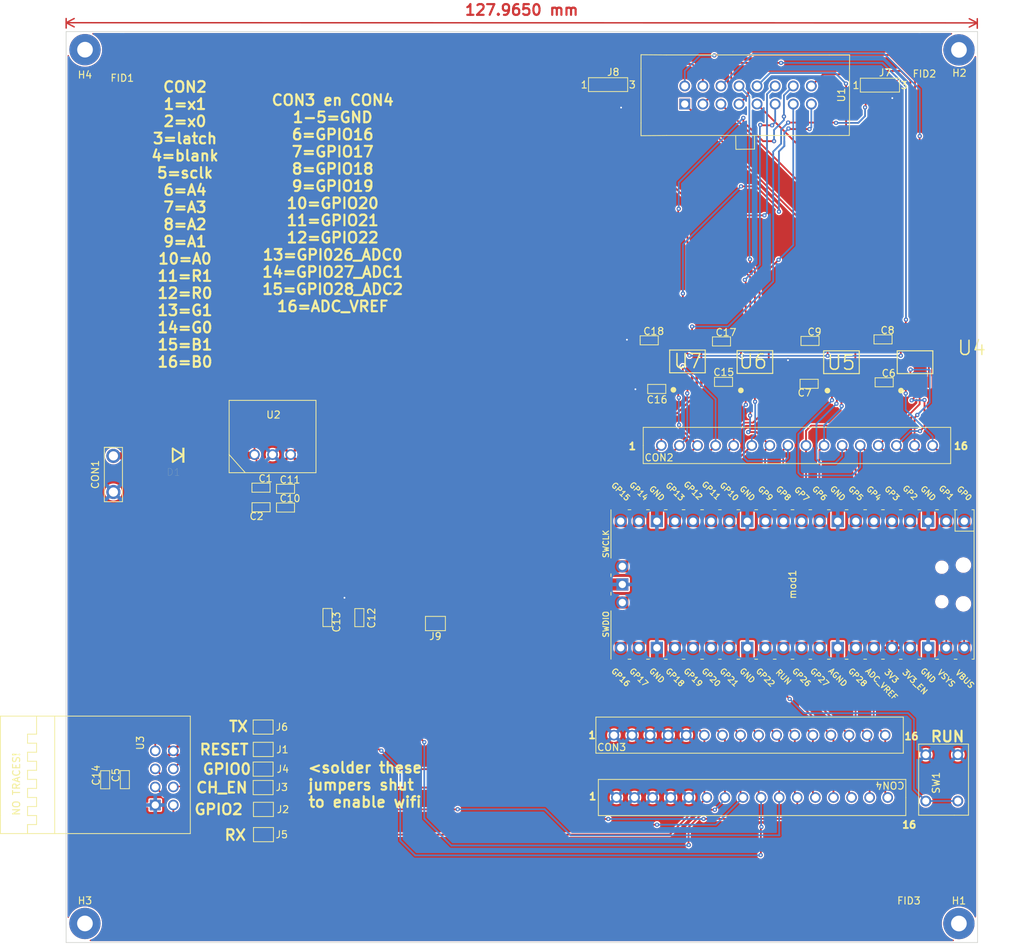
<source format=kicad_pcb>
(kicad_pcb (version 20210228) (generator pcbnew)
  (layers (0 "F.Cu" signal) (31 "B.Cu" signal) (34 "B.Paste" user) (35 "F.Paste" user) (36 "B.SilkS" user "B.Silkscreen") (37 "F.SilkS" user "F.Silkscreen") (38 "B.Mask" user) (39 "F.Mask" user) (44 "Edge.Cuts" user))
  (net 0 "")
  (net 1 "GND")
  (net 2 "+5V")
  (net 3 "Net-(CON1-Pad2)")
  (net 4 "/level shifters/X1_IL")
  (net 5 "/level shifters/SCLK_IL")
  (net 6 "/level shifters/X0_IL")
  (net 7 "/rpi pico/LATCH")
  (net 8 "/level shifters/BLANK_IL")
  (net 9 "/level shifters/A4_IL")
  (net 10 "/level shifters/A3_IL")
  (net 11 "/level shifters/A2_IL")
  (net 12 "/level shifters/R1_IL")
  (net 13 "/level shifters/A0_IL")
  (net 14 "/level shifters/A1_IL")
  (net 15 "/rpi pico/ADC_VREF")
  (net 16 "/rpi pico/GPIO28_ADC2")
  (net 17 "/rpi pico/GPIO22")
  (net 18 "/rpi pico/GPIO21")
  (net 19 "/rpi pico/GPIO20")
  (net 20 "/rpi pico/GPIO19")
  (net 21 "/rpi pico/GPIO18")
  (net 22 "/rpi pico/GPIO17")
  (net 23 "/rpi pico/GPIO16")
  (net 24 "/esp8266/RESET")
  (net 25 "/esp8266/GPIO-2")
  (net 26 "/esp8266/CH_EN")
  (net 27 "/esp8266/GPIO0")
  (net 28 "/esp8266/RX")
  (net 29 "/esp8266/TX")
  (net 30 "/rpi pico/R0")
  (net 31 "/ledpannel/X1_IL")
  (net 32 "/rpi pico/G0")
  (net 33 "/ledpannel/X0_IL")
  (net 34 "/ledpannel/R1_IL")
  (net 35 "+3V3")
  (net 36 "/ledpannel/R0_IL")
  (net 37 "/ledpannel/B0_IL")
  (net 38 "/ledpannel/B1_IL")
  (net 39 "/ledpannel/G0_IL")
  (net 40 "/ledpannel/G1_IL")
  (net 41 "/ledpannel/A2_IL")
  (net 42 "/ledpannel/A3_IL")
  (net 43 "/ledpannel/A4_IL")
  (net 44 "/ledpannel/A0_IL")
  (net 45 "/ledpannel/A1_IL")
  (net 46 "/ledpannel/BLANK_IL")
  (net 47 "/ledpannel/SCLK_IL")
  (net 48 "/ledpannel/LATCH_IL")
  (net 49 "/level shifters/B1_IL")
  (net 53 "/rpi pico/G1")
  (net 54 "/rpi pico/GPIO26_ADC0")
  (net 55 "Net-(mod1-Pad39)")
  (net 56 "/rpi pico/GPIO27_ADC1")
  (net 57 "Net-(J7-Pad2)")
  (net 58 "Net-(J8-Pad2)")
  (net 59 "Net-(SW1-Pad1)")
  (net 68 "/level shifters/B0_IL")
  (footprint "vanalles:0603" (layer "F.Cu") (at 182.01 75.02 180)
    (fp_text reference "C7")
    (fp_text value "10uF")
  )
  (footprint "vanalles:0603" (layer "F.Cu") (at 192.39 68.77)
    (fp_text reference "C8")
    (fp_text value "10uF")
  )
  (footprint "vanalles:SolderJumper-2_P1.3mm_Open_Pad1.0x1.5mm" (layer "F.Cu") (at 129.52 108.7 180)
    (fp_text reference "J9")
    (fp_text value "solderjumper_2pin")
  )
  (footprint "vanalles:recom psu" (layer "F.Cu") (at 106.65 84.965)
    (fp_text reference "U2")
    (fp_text value "recom_psu")
  )
  (footprint "halfgeleiders:Texas_TXB0104PWR" (layer "F.Cu") (at 196.88 71.98)
    (fp_text reference "U4")
    (fp_text value "TXB0104")
  )
  (footprint "vanalles:button" (layer "F.Cu") (at 200.89 130.64 90)
    (fp_text reference "SW1")
    (fp_text value "button")
  )
  (footprint "vanalles:0603" (layer "F.Cu") (at 192.55 74.8)
    (fp_text reference "C6")
    (fp_text value "10uF")
  )
  (footprint "halfgeleiders:Texas_TXB0104PWR" (layer "F.Cu") (at 186.55 71.98)
    (fp_text reference "U5")
    (fp_text value "TXB0104")
  )
  (footprint "vanalles:SolderJumper-2_P1.3mm_Open_Pad1.0x1.5mm" (layer "F.Cu") (at 105.33 129.16)
    (fp_text reference "J4")
    (fp_text value "solderjumper_2pin")
  )
  (footprint "connectors_user:2pin_screw_vast" (layer "F.Cu") (at 84.3 87.775 90)
    (fp_text reference "CON1")
    (fp_text value "con_2pin")
  )
  (footprint "vanalles:MountingHole_2.2mm_M2_Pad" (layer "F.Cu") (at 80.31 28.065)
    (fp_text reference "H4")
    (fp_text value "MountingHole")
  )
  (footprint "vanalles:0603" (layer "F.Cu") (at 105.025 89.6)
    (fp_text reference "C1")
    (fp_text value "10uF")
  )
  (footprint "vanalles:0603" (layer "F.Cu") (at 114.365 107.855 -90)
    (fp_text reference "C13")
    (fp_text value "100nF")
  )
  (footprint "vanalles:MountingHole_2.2mm_M2_Pad" (layer "F.Cu") (at 203.04 150.855)
    (fp_text reference "H1")
    (fp_text value "MountingHole")
  )
  (footprint "vanalles:0603" (layer "F.Cu") (at 182.13 68.99)
    (fp_text reference "C9")
    (fp_text value "10uF")
  )
  (footprint "vanalles:0603" (layer "F.Cu") (at 169.985 74.745)
    (fp_text reference "C15")
    (fp_text value "10uF")
  )
  (footprint "vanalles:0603" (layer "F.Cu") (at 160.605 75.735)
    (fp_text reference "C16")
    (fp_text value "10uF")
  )
  (footprint "vanalles:Fiducial_1.5mm_Mask4.5mm" (layer "F.Cu") (at 197.5 28.165 180)
    (fp_text reference "FID2")
    (fp_text value "Fiducial")
  )
  (footprint "connectors_user:16 pin" (layer "F.Cu") (at 172.375 124.385)
    (fp_text reference "CON3")
    (fp_text value "16pinheader")
  )
  (footprint "connectors_user:2x8" (layer "F.Cu") (at 173.025 34.45 90)
    (fp_text reference "U1")
    (fp_text value "Led_Pannel")
  )
  (footprint "Module:RPi_Pico_SMD_TH" (layer "F.Cu") (at 179.675 103.21 -90)
    (fp_text reference "mod1")
    (fp_text value "picorpi")
  )
  (footprint "vanalles:0603" (layer "F.Cu") (at 118.84 107.87 -90)
    (fp_text reference "C12")
    (fp_text value "10uF")
  )
  (footprint "vanalles:0603" (layer "F.Cu") (at 85.9 130.64 90)
    (fp_text reference "C5")
    (fp_text value "10uF")
  )
  (footprint "vanalles:SolderJumper-2_P1.3mm_Open_Pad1.0x1.5mm" (layer "F.Cu") (at 105.36 134.82)
    (fp_text reference "J2")
    (fp_text value "solderjumper_2pin")
  )
  (footprint "connectors_user:16 pin" (layer "F.Cu") (at 179.03 83.68)
    (fp_text reference "CON2")
    (fp_text value "16pinheader")
  )
  (footprint "vanalles:Fiducial_1.5mm_Mask4.5mm" (layer "F.Cu") (at 85.56 28.145)
    (fp_text reference "FID1")
    (fp_text value "Fiducial")
  )
  (footprint "vanalles:SolderJumper-3_P2.0mm_Open_TrianglePad1.0x1.5mm_NumberLabels" (layer "F.Cu") (at 191.95 33.075)
    (fp_text reference "J7")
    (fp_text value "solder_jumper3")
  )
  (footprint "vanalles:0603" (layer "F.Cu") (at 105.04 92.37 180)
    (fp_text reference "C2")
    (fp_text value "100nF")
  )
  (footprint "halfgeleiders:Texas_TXB0104PWR" (layer "F.Cu") (at 174.39 71.951275)
    (fp_text reference "U6")
    (fp_text value "TXB0104")
  )
  (footprint "vanalles:0603" (layer "F.Cu") (at 108.47 89.77)
    (fp_text reference "C11")
    (fp_text value "100nF")
  )
  (footprint "vanalles:SolderJumper-2_P1.3mm_Open_Pad1.0x1.5mm" (layer "F.Cu") (at 105.37 138.36)
    (fp_text reference "J5")
    (fp_text value "solderjumper_2pin")
  )
  (footprint "vanalles:0603" (layer "F.Cu") (at 159.55 68.9)
    (fp_text reference "C18")
    (fp_text value "10uF")
  )
  (footprint "halfgeleiders:Texas_TXB0104PWR" (layer "F.Cu") (at 164.92 71.87)
    (fp_text reference "U7")
    (fp_text value "TXB0104")
  )
  (footprint "vanalles:SolderJumper-2_P1.3mm_Open_Pad1.0x1.5mm" (layer "F.Cu") (at 105.33 131.75)
    (fp_text reference "J3")
    (fp_text value "solderjumper_2pin")
  )
  (footprint "vanalles:0603" (layer "F.Cu") (at 83.135 130.655 90)
    (fp_text reference "C14")
    (fp_text value "100nF")
  )
  (footprint "vanalles:Fiducial_1.5mm_Mask4.5mm" (layer "F.Cu") (at 196.02 150.835)
    (fp_text reference "FID3")
    (fp_text value "Fiducial")
  )
  (footprint "connectors_user:16 pin" (layer "F.Cu") (at 175.265 133.145 180)
    (fp_text reference "CON4")
    (fp_text value "16pinheader")
  )
  (footprint "vanalles:MountingHole_2.2mm_M2_Pad" (layer "F.Cu") (at 80.3 150.845)
    (fp_text reference "H3")
    (fp_text value "MountingHole")
  )
  (footprint "vanalles:0603" (layer "F.Cu") (at 108.465 92.395)
    (fp_text reference "C10")
    (fp_text value "10uF")
  )
  (footprint "vanalles:0603" (layer "F.Cu") (at 169.7 69.06)
    (fp_text reference "C17")
    (fp_text value "10uF")
  )
  (footprint "vanalles:SolderJumper-3_P2.0mm_Open_TrianglePad1.0x1.5mm_NumberLabels" (layer "F.Cu") (at 153.775 33)
    (fp_text reference "J8")
    (fp_text value "solder_jumper3")
  )
  (footprint "vanalles:MountingHole_2.2mm_M2_Pad" (layer "F.Cu") (at 203.05 28.095)
    (fp_text reference "H2")
    (fp_text value "MountingHole")
  )
  (footprint "vanalles:SolderJumper-2_P1.3mm_Open_Pad1.0x1.5mm" (layer "F.Cu") (at 105.33 123.25)
    (fp_text reference "J6")
    (fp_text value "solderjumper_2pin")
  )
  (footprint "halfgeleiders:DO214" (layer "F.Cu") (at 93.275 85.05 180)
    (fp_text reference "D1")
    (fp_text value "Diode")
  )
  (footprint "Module:esp8266mod" (layer "F.Cu") (at 81.75 129.96 90)
    (fp_text reference "U3")
    (fp_text value "esp8266_mod1")
  )
  (footprint "vanalles:SolderJumper-2_P1.3mm_Open_Pad1.0x1.5mm" (layer "F.Cu") (at 105.34 126.39)
    (fp_text reference "J1")
    (fp_text value "solderjumper_2pin")
  )
  (gr_line (start 77.66 25.525) (end 77.66 153.525) (layer "Edge.Cuts") (width 0.1))
  (gr_line (start 205.66 25.525) (end 77.66 25.525) (layer "Edge.Cuts") (width 0.1))
  (gr_line (start 77.66 153.525) (end 205.66 153.525) (layer "Edge.Cuts") (width 0.1))
  (gr_line (start 205.66 153.525) (end 205.66 25.525) (layer "Edge.Cuts") (width 0.1))
  (gr_text "16\n" (at 196.07 136.98) (layer "F.SilkS") (effects (font (size 1 1) (thickness 0.25))))
  (gr_text "<solder these\njumpers shut \nto enable wifi\n" (at 119.64 131.37) (layer "F.SilkS") (effects (font (size 1.5 1.5) (thickness 0.3))))
  (gr_text "1\n" (at 151.61 133.01) (layer "F.SilkS") (effects (font (size 1 1) (thickness 0.25))))
  (gr_text "GPIO0\n" (at 100.24 129.16) (layer "F.SilkS") (effects (font (size 1.5 1.5) (thickness 0.3))))
  (gr_text "RESET\n" (at 99.84 126.41) (layer "F.SilkS") (effects (font (size 1.5 1.5) (thickness 0.3))))
  (gr_text "CH_EN\n" (at 99.53 131.77) (layer "F.SilkS") (effects (font (size 1.5 1.5) (thickness 0.3))))
  (gr_text "RX\n" (at 101.41 138.43) (layer "F.SilkS") (effects (font (size 1.5 1.5) (thickness 0.3))))
  (gr_text "TX" (at 101.86 123.17) (layer "F.SilkS") (effects (font (size 1.5 1.5) (thickness 0.3))))
  (gr_text "GPIO2\n" (at 99.08 134.82) (layer "F.SilkS") (effects (font (size 1.5 1.5) (thickness 0.3))))
  (gr_text "1\n" (at 157.18 83.8) (layer "F.SilkS") (effects (font (size 1 1) (thickness 0.25))))
  (gr_text "16\n" (at 203.34 83.76) (layer "F.SilkS") (effects (font (size 1 1) (thickness 0.25))))
  (gr_text "1\n" (at 151.53 124.4) (layer "F.SilkS") (effects (font (size 1 1) (thickness 0.25))))
  (gr_text "RUN\n" (at 201.45 124.59) (layer "F.SilkS") (effects (font (size 1.5 1.5) (thickness 0.3))))
  (gr_text "16\n" (at 196.38 124.56) (layer "F.SilkS") (effects (font (size 1 1) (thickness 0.25))))
  (gr_text "CON3 en CON4\n1-5=GND\n6=GPIO16\n7=GPIO17\n8=GPIO18\n9=GPIO19\n10=GPIO20\n11=GPIO21\n12=GPIO22\n13=GPI026_ADC0\n14=GPIO27_ADC1\n15=GPIO28_ADC2\n16=ADC_VREF\n" (at 115.1 49.65) (layer "F.SilkS") (effects (font (size 1.5 1.5) (thickness 0.3))))
  (gr_text "CON2\n1=x1\n2=x0\n3=latch\n4=blank\n5=sclk\n6=A4\n7=A3\n8=A2\n9=A1\n10=A0\n11=R1\n12=R0\n13=G1\n14=G0\n15=B1\n16=B0" (at 94.35 52.625) (layer "F.SilkS") (effects (font (size 1.5 1.5) (thickness 0.3))))
  (dimension (type aligned) (layer "F.Cu") (pts (xy 77.66 25.525) (xy 205.625 25.55)) (height -1.250004) (gr_text "127.9650 mm" (at 141.643096 22.487496 359.9888064) (layer "F.Cu") (effects (font (size 1.5 1.5) (thickness 0.3)))) (format (units 3) (units_format 1) (precision 4)) (style (thickness 0.2) (arrow_length 1.27) (text_position_mode 0) (extension_height 0.58642) (extension_offset 0.5) keep_text_aligned))
  (segment (start 105.66 89.605) (end 105.66 92.34) (width 0.25) (layer "F.Cu") (net 1))
  (segment (start 156.505 68.905) (end 156.42 68.82) (width 0.25) (layer "F.Cu") (net 1))
  (segment (start 198.71 71.7) (end 187.33 71.7) (width 0.25) (layer "F.Cu") (net 1))
  (segment (start 191.915 74.805) (end 188.5241 74.805) (width 0.25) (layer "F.Cu") (net 1))
  (segment (start 166.8741 69.065) (end 166.86818 69.07092) (width 0.25) (layer "F.Cu") (net 1))
  (segment (start 176.63182 71.74818) (end 178.99182 71.74818) (width 0.25) (layer "F.Cu") (net 1))
  (segment (start 105.66 85.955) (end 106.65 84.965) (width 0.25) (layer "F.Cu") (net 1))
  (segment (start 85.925 131.35) (end 85.925 132.565) (width 0.25) (layer "F.Cu") (net 1))
  (segment (start 188.49818 71.87818) (end 188.49818 69.18092) (width 0.25) (layer "F.Cu") (net 1))
  (segment (start 188.5891 69.09) (end 188.49818 69.18092) (width 0.25) (layer "F.Cu") (net 1))
  (segment (start 105.675 92.325) (end 105.6 92.4) (width 0.25) (layer "F.Cu") (net 1))
  (segment (start 176.33818 71.74818) (end 176.33818 69.152195) (width 0.25) (layer "F.Cu") (net 1))
  (segment (start 188.49818 74.77908) (end 188.49818 71.87818) (width 0.25) (layer "F.Cu") (net 1))
  (segment (start 188.50226 74.775) (end 188.49818 74.77908) (width 0.25) (layer "F.Cu") (net 1))
  (segment (start 116.79 107.22) (end 118.82 107.22) (width 0.25) (layer "F.Cu") (net 1))
  (segment (start 179.04 71.7) (end 187.33 71.7) (width 0.25) (layer "F.Cu") (net 1))
  (segment (start 118.82 107.22) (end 118.835 107.235) (width 0.25) (layer "F.Cu") (net 1))
  (segment (start 176.59182 71.78818) (end 176.63182 71.74818) (width 0.25) (layer "F.Cu") (net 1))
  (segment (start 107.745 92.395) (end 105.605 92.395) (width 0.25) (layer "F.Cu") (net 1))
  (segment (start 85.915 131.34) (end 85.925 131.35) (width 0.25) (layer "F.Cu") (net 1))
  (segment (start 155.775 33) (end 155.775 36.025) (width 0.25) (layer "F.Cu") (net 1))
  (segment (start 187.33 71.7) (end 188.32 71.7) (width 0.25) (layer "F.Cu") (net 1))
  (segment (start 181.495 68.995) (end 176.495375 68.995) (width 0.25) (layer "F.Cu") (net 1))
  (segment (start 107.785 89.625) (end 105.68 89.625) (width 0.25) (layer "F.Cu") (net 1))
  (segment (start 166.9491 74.75) (end 166.86818 74.66908) (width 0.25) (layer "F.Cu") (net 1))
  (segment (start 116.79 107.22) (end 116.79 105.12) (width 0.25) (layer "F.Cu") (net 1))
  (segment (start 166.86818 69.07092) (end 166.86818 71.78818) (width 0.25) (layer "F.Cu") (net 1))
  (segment (start 155.775 36.025) (end 155.6 36.2) (width 0.25) (layer "F.Cu") (net 1))
  (segment (start 166.86818 71.78818) (end 166.86818 74.66908) (width 0.25) (layer "F.Cu") (net 1))
  (segment (start 105.68 89.625) (end 105.66 89.605) (width 0.25) (layer "F.Cu") (net 1))
  (segment (start 198.82818 71.81818) (end 198.82818 69.18092) (width 0.25) (layer "F.Cu") (net 1))
  (segment (start 193.69 34.87) (end 193.95 34.61) (width 0.25) (layer "F.Cu") (net 1))
  (segment (start 191.755 68.775) (end 191.44 69.09) (width 0.25) (layer "F.Cu") (net 1))
  (segment (start 176.602825 75.015) (end 176.33818 74.750355) (width 0.25) (layer "F.Cu") (net 1))
  (segment (start 198.82818 74.77908) (end 198.82818 71.81818) (width 0.25) (layer "F.Cu") (net 1))
  (segment (start 85.925 132.565) (end 87.565 134.205) (width 0.25) (layer "F.Cu") (net 1))
  (segment (start 178.99182 71.74818) (end 179.04 71.7) (width 0.25) (layer "F.Cu") (net 1))
  (segment (start 191.44 69.09) (end 188.5891 69.09) (width 0.25) (layer "F.Cu") (net 1))
  (segment (start 181.375 75.015) (end 176.602825 75.015) (width 0.25) (layer "F.Cu") (net 1))
  (segment (start 83.11 131.34) (end 85.915 131.34) (width 0.25) (layer "F.Cu") (net 1))
  (segment (start 169.35 74.75) (end 166.9491 74.75) (width 0.25) (layer "F.Cu") (net 1))
  (segment (start 176.495375 68.995) (end 176.33818 69.152195) (width 0.25) (layer "F.Cu") (net 1))
  (segment (start 166.86818 71.78818) (end 176.59182 71.78818) (width 0.25) (layer "F.Cu") (net 1))
  (segment (start 105.66 92.34) (end 105.6 92.4) (width 0.25) (layer "F.Cu") (net 1))
  (segment (start 105.66 89.605) (end 105.66 85.955) (width 0.25) (layer "F.Cu") (net 1))
  (segment (start 116.79 105.12) (end 116.75 105.08) (width 0.25) (layer "F.Cu") (net 1))
  (segment (start 105.605 92.395) (end 105.6 92.4) (width 0.25) (layer "F.Cu") (net 1))
  (segment (start 198.82818 71.81818) (end 198.71 71.7) (width 0.25) (layer "F.Cu") (net 1))
  (segment (start 87.565 134.205) (end 90.175 134.205) (width 0.25) (layer "F.Cu") (net 1))
  (segment (start 176.33818 71.74818) (end 176.63182 71.74818) (width 0.25) (layer "F.Cu") (net 1))
  (segment (start 166.8991 69.04) (end 166.86818 69.07092) (width 0.25) (layer "F.Cu") (net 1))
  (segment (start 176.33818 74.750355) (end 176.33818 71.74818) (width 0.25) (layer "F.Cu") (net 1))
  (segment (start 159.97 75.74) (end 157.48 75.74) (width 0.25) (layer "F.Cu") (net 1))
  (segment (start 158.915 68.905) (end 156.505 68.905) (width 0.25) (layer "F.Cu") (net 1))
  (segment (start 169.065 69.065) (end 166.8741 69.065) (width 0.25) (layer "F.Cu") (net 1))
  (segment (start 114.36 107.22) (end 116.79 107.22) (width 0.25) (layer "F.Cu") (net 1))
  (segment (start 193.95 34.61) (end 193.95 33.075) (width 0.25) (layer "F.Cu") (net 1))
  (segment (start 188.5241 74.805) (end 188.49818 74.77908) (width 0.25) (layer "F.Cu") (net 1))
  (via (at 156.42 68.82) (size 0.6) (drill 0.25) (layers "F.Cu" "B.Cu") (net 1))
  (via (at 116.75 105.08) (size 0.6) (drill 0.25) (layers "F.Cu" "B.Cu") (net 1))
  (via (at 157.61 75.78) (size 0.6) (drill 0.25) (layers "F.Cu" "B.Cu") (net 1))
  (via (at 155.6 36.2) (size 0.6) (drill 0.25) (layers "F.Cu" "B.Cu") (net 1))
  (via (at 193.69 34.87) (size 0.6) (drill 0.25) (layers "F.Cu" "B.Cu") (net 1))
  (via (at 179.04 71.7) (size 0.6) (drill 0.25) (layers "F.Cu" "B.Cu") (net 1))
  (segment (start 165.2 71.04) (end 164.79182 70.63182) (width 0.25) (layer "F.Cu") (net 2))
  (segment (start 184.60182 71.06732) (end 184.61 71.0755) (width 0.25) (layer "F.Cu") (net 2))
  (segment (start 193.025 68.775) (end 194.5259 68.775) (width 0.25) (layer "F.Cu") (net 2))
  (segment (start 172.44182 71.00182) (end 172.515489 71.075489) (width 0.25) (layer "F.Cu") (net 2))
  (segment (start 184.4159 68.995) (end 184.60182 69.18092) (width 0.25) (layer "F.Cu") (net 2))
  (segment (start 194.88 71.06) (end 194.88 69.23274) (width 0.25) (layer "F.Cu") (net 2))
  (segment (start 172.329625 69.04) (end 172.44182 69.152195) (width 0.25) (layer "F.Cu") (net 2))
  (segment (start 160.185 68.905) (end 162.8059 68.905) (width 0.25) (layer "F.Cu") (net 2))
  (segment (start 162.62 71.38) (end 159.83 74.17) (width 0.25) (layer "F.Cu") (net 2))
  (segment (start 182.765 68.995) (end 184.4159 68.995) (width 0.25) (layer "F.Cu") (net 2))
  (segment (start 106.86 74.17) (end 104.11 76.92) (width 0.25) (layer "F.Cu") (net 2))
  (segment (start 95.325 85.05) (end 104.025 85.05) (width 1) (layer "F.Cu") (net 2))
  (segment (start 162.97182 69.07092) (end 162.97182 71.02818) (width 0.25) (layer "F.Cu") (net 2))
  (segment (start 162.7859 68.885) (end 162.97182 69.07092) (width 0.25) (layer "F.Cu") (net 2))
  (segment (start 104.025 85.05) (end 104.11 84.965) (width 0.25) (layer "F.Cu") (net 2))
  (segment (start 162.97182 71.02818) (end 162.62 71.38) (width 0.25) (layer "F.Cu") (net 2))
  (segment (start 194.5259 68.775) (end 194.93182 69.18092) (width 0.25) (layer "F.Cu") (net 2))
  (segment (start 162.8059 68.905) (end 162.97182 69.07092) (width 0.25) (layer "F.Cu") (net 2))
  (segment (start 104.11 76.92) (end 104.11 84.965) (width 0.25) (layer "F.Cu") (net 2))
  (segment (start 194.88 69.23274) (end 194.93182 69.18092) (width 0.25) (layer "F.Cu") (net 2))
  (segment (start 104.39 85.245) (end 104.11 84.965) (width 0.25) (layer "F.Cu") (net 2))
  (segment (start 164.79182 70.63182) (end 162.97182 70.63182) (width 0.25) (layer "F.Cu") (net 2))
  (segment (start 184.60182 69.18092) (end 184.60182 71.06732) (width 0.25) (layer "F.Cu") (net 2))
  (segment (start 128.87 108.7) (end 128.7 108.53) (width 0.25) (layer "F.Cu") (net 2))
  (segment (start 172.354625 69.065) (end 172.44182 69.152195) (width 0.25) (layer "F.Cu") (net 2))
  (segment (start 172.44182 69.152195) (end 172.44182 71.00182) (width 0.25) (layer "F.Cu") (net 2))
  (segment (start 104.625 85.48) (end 104.11 84.965) (width 0.25) (layer "F.Cu") (net 2))
  (segment (start 108.21 108.53) (end 104.39 104.71) (width 0.25) (layer "F.Cu") (net 2))
  (segment (start 159.83 74.17) (end 106.86 74.17) (width 0.25) (layer "F.Cu") (net 2))
  (segment (start 128.7 108.53) (end 108.21 108.53) (width 0.25) (layer "F.Cu") (net 2))
  (segment (start 104.39 104.71) (end 104.39 89.605) (width 0.25) (layer "F.Cu") (net 2))
  (segment (start 162.9659 69.065) (end 162.97182 69.07092) (width 0.25) (layer "F.Cu") (net 2))
  (segment (start 170.335 69.065) (end 172.354625 69.065) (width 0.25) (layer "F.Cu") (net 2))
  (segment (start 104.39 89.605) (end 104.39 85.245) (width 0.25) (layer "F.Cu") (net 2))
  (via (at 184.61 71.0755) (size 0.6) (drill 0.25) (layers "F.Cu" "B.Cu") (net 2))
  (via (at 194.88 71.06) (size 0.6) (drill 0.25) (layers "F.Cu" "B.Cu") (net 2))
  (via (at 172.515489 71.075489) (size 0.6) (drill 0.25) (layers "F.Cu" "B.Cu") (net 2))
  (via (at 165.2 71.04) (size 0.6) (drill 0.25) (layers "F.Cu" "B.Cu") (net 2))
  (segment (start 172.515489 71.075489) (end 184.605489 71.075489) (width 0.25) (layer "B.Cu") (net 2))
  (segment (start 165.2 71.04) (end 165.235489 71.075489) (width 0.25) (layer "B.Cu") (net 2))
  (segment (start 165.235489 71.075489) (end 172.515489 71.075489) (width 0.25) (layer "B.Cu") (net 2))
  (segment (start 184.61 71.08) (end 184.61 71.0755) (width 0.25) (layer "B.Cu") (net 2))
  (segment (start 184.605489 71.075489) (end 184.61 71.08) (width 0.25) (layer "B.Cu") (net 2))
  (segment (start 184.61 71.0755) (end 194.8645 71.0755) (width 0.25) (layer "B.Cu") (net 2))
  (segment (start 194.8645 71.0755) (end 194.88 71.06) (width 0.25) (layer "B.Cu") (net 2))
  (segment (start 84.295 85.145) (end 91.13 85.145) (width 1) (layer "F.Cu") (net 3))
  (segment (start 165.5677 74.66908) (end 165.5677 77.0623) (width 0.25) (layer "F.Cu") (net 4))
  (segment (start 161.25 83.68) (end 155.51 89.42) (width 0.25) (layer "F.Cu") (net 4))
  (segment (start 161.25 80.79) (end 161.25 83.68) (width 0.25) (layer "F.Cu") (net 4))
  (segment (start 162.89 79.15) (end 161.25 80.79) (width 0.25) (layer "F.Cu") (net 4))
  (segment (start 163.48 79.15) (end 162.89 79.15) (width 0.25) (layer "F.Cu") (net 4))
  (segment (start 165.5677 77.0623) (end 163.48 79.15) (width 0.25) (layer "F.Cu") (net 4))
  (segment (start 155.51 89.42) (end 155.51 94.42) (width 0.25) (layer "F.Cu") (net 4))
  (segment (start 171.41 83.68) (end 168.21 86.88) (width 0.25) (layer "F.Cu") (net 5))
  (segment (start 174.12 80.47) (end 172.93 80.47) (width 0.25) (layer "F.Cu") (net 5))
  (segment (start 172.93 80.47) (end 171.41 81.99) (width 0.25) (layer "F.Cu") (net 5))
  (segment (start 168.21 86.88) (end 168.21 94.42) (width 0.25) (layer "F.Cu") (net 5))
  (segment (start 175.0377 74.750355) (end 175.0377 79.5523) (width 0.25) (layer "F.Cu") (net 5))
  (segment (start 171.41 81.99) (end 171.41 83.68) (width 0.25) (layer "F.Cu") (net 5))
  (segment (start 175.0377 79.5523) (end 174.12 80.47) (width 0.25) (layer "F.Cu") (net 5))
  (segment (start 164.92 74.66908) (end 164.92 76.32) (width 0.25) (layer "F.Cu") (net 6))
  (segment (start 158.05 89.42) (end 163.79 83.68) (width 0.25) (layer "F.Cu") (net 6))
  (segment (start 164.92 76.32) (end 164.89 76.35) (width 0.25) (layer "F.Cu") (net 6))
  (segment (start 158.05 94.42) (end 158.05 89.42) (width 0.25) (layer "F.Cu") (net 6))
  (via (at 164.89 76.35) (size 0.6) (drill 0.25) (layers "F.Cu" "B.Cu") (net 6))
  (segment (start 164.89 76.35) (end 164.89 82.58) (width 0.25) (layer "B.Cu") (net 6))
  (segment (start 164.89 82.58) (end 163.79 83.68) (width 0.25) (layer "B.Cu") (net 6))
  (segment (start 163.13 94.42) (end 163.13 86.88) (width 0.25) (layer "F.Cu") (net 7))
  (segment (start 163.62206 74.66908) (end 163.62206 76.89206) (width 0.25) (layer "F.Cu") (net 7))
  (segment (start 163.74 81.09) (end 166.33 83.68) (width 0.25) (layer "F.Cu") (net 7))
  (segment (start 163.62206 76.89206) (end 163.7 76.97) (width 0.25) (layer "F.Cu") (net 7))
  (segment (start 163.13 86.88) (end 166.33 83.68) (width 0.25) (layer "F.Cu") (net 7))
  (segment (start 163.74 80.8) (end 163.74 81.09) (width 0.25) (layer "F.Cu") (net 7))
  (via (at 163.74 80.8) (size 0.6) (drill 0.25) (layers "F.Cu" "B.Cu") (net 7))
  (via (at 163.7 76.97) (size 0.6) (drill 0.25) (layers "F.Cu" "B.Cu") (net 7))
  (segment (start 163.7 80.76) (end 163.74 80.8) (width 0.25) (layer "B.Cu") (net 7))
  (segment (start 163.7 76.97) (end 163.7 80.76) (width 0.25) (layer "B.Cu") (net 7))
  (segment (start 164.2723 74.66908) (end 164.2723 72.5923) (width 0.25) (layer "F.Cu") (net 8))
  (segment (start 165.67 86.88) (end 165.67 94.42) (width 0.25) (layer "F.Cu") (net 8))
  (segment (start 164.2723 72.5923) (end 164.26 72.58) (width 0.25) (layer "F.Cu") (net 8))
  (segment (start 168.87 83.68) (end 165.67 86.88) (width 0.25) (layer "F.Cu") (net 8))
  (via (at 164.26 72.58) (size 0.6) (drill 0.25) (layers "F.Cu" "B.Cu") (net 8))
  (segment (start 164.26 72.58) (end 168.87 77.19) (width 0.25) (layer "B.Cu") (net 8))
  (segment (start 168.87 77.19) (end 168.87 83.68) (width 0.25) (layer "B.Cu") (net 8))
  (segment (start 174.39 74.750355) (end 174.39 77.5068) (width 0.25) (layer "F.Cu") (net 9))
  (segment (start 173.95 83.68) (end 170.75 86.88) (width 0.25) (layer "F.Cu") (net 9))
  (segment (start 170.75 86.88) (end 170.75 94.42) (width 0.25) (layer "F.Cu") (net 9))
  (segment (start 174.39 77.5068) (end 174.4132 77.53) (width 0.25) (layer "F.Cu") (net 9))
  (via (at 174.4132 77.53) (size 0.6) (drill 0.25) (layers "F.Cu" "B.Cu") (net 9))
  (segment (start 174.44 82.06) (end 173.95 82.55) (width 0.25) (layer "B.Cu") (net 9))
  (segment (start 173.95 82.55) (end 173.95 83.68) (width 0.25) (layer "B.Cu") (net 9))
  (segment (start 174.44 77.5568) (end 174.44 82.06) (width 0.25) (layer "B.Cu") (net 9))
  (segment (start 174.4132 77.53) (end 174.44 77.5568) (width 0.25) (layer "B.Cu") (net 9))
  (segment (start 175.8188 94.4088) (end 175.83 94.42) (width 0.25) (layer "F.Cu") (net 10))
  (segment (start 174.61 81.8) (end 176.49 83.68) (width 0.25) (layer "F.Cu") (net 10))
  (segment (start 173.7423 79.4477) (end 173.71 79.48) (width 0.25) (layer "F.Cu") (net 10))
  (segment (start 173.46 81.8) (end 174.61 81.8) (width 0.25) (layer "F.Cu") (net 10))
  (segment (start 173.7423 74.750355) (end 173.7423 79.4477) (width 0.25) (layer "F.Cu") (net 10))
  (segment (start 175.8188 84.3512) (end 175.8188 94.4088) (width 0.25) (layer "F.Cu") (net 10))
  (segment (start 176.49 83.68) (end 175.8188 84.3512) (width 0.25) (layer "F.Cu") (net 10))
  (via (at 173.46 81.8) (size 0.6) (drill 0.25) (layers "F.Cu" "B.Cu") (net 10))
  (via (at 173.71 79.48) (size 0.6) (drill 0.25) (layers "F.Cu" "B.Cu") (net 10))
  (segment (start 173.71 81.55) (end 173.46 81.8) (width 0.25) (layer "B.Cu") (net 10))
  (segment (start 173.71 79.48) (end 173.71 81.55) (width 0.25) (layer "B.Cu") (net 10))
  (segment (start 173.09206 74.750355) (end 173.09206 77.92426) (width 0.25) (layer "F.Cu") (net 11))
  (segment (start 173.09206 77.92426) (end 173.1178 77.95) (width 0.25) (layer "F.Cu") (net 11))
  (segment (start 178.37 84.34) (end 179.03 83.68) (width 0.25) (layer "F.Cu") (net 11))
  (segment (start 178.37 94.42) (end 178.37 84.34) (width 0.25) (layer "F.Cu") (net 11))
  (via (at 173.1178 77.95) (size 0.6) (drill 0.25) (layers "F.Cu" "B.Cu") (net 11))
  (segment (start 178.57 85.87) (end 179.03 85.41) (width 0.25) (layer "B.Cu") (net 11))
  (segment (start 172.835489 78.232311) (end 172.835489 85.365489) (width 0.25) (layer "B.Cu") (net 11))
  (segment (start 173.1178 77.95) (end 172.835489 78.232311) (width 0.25) (layer "B.Cu") (net 11))
  (segment (start 179.03 85.41) (end 179.03 83.68) (width 0.25) (layer "B.Cu") (net 11))
  (segment (start 172.835489 85.365489) (end 173.34 85.87) (width 0.25) (layer "B.Cu") (net 11))
  (segment (start 173.34 85.87) (end 178.57 85.87) (width 0.25) (layer "B.Cu") (net 11))
  (segment (start 185.9023 77.746747) (end 185.844085 77.804962) (width 0.25) (layer "F.Cu") (net 12))
  (segment (start 186.65 83.68) (end 188.53 85.56) (width 0.25) (layer "F.Cu") (net 12))
  (segment (start 188.53 85.56) (end 188.53 94.42) (width 0.25) (layer "F.Cu") (net 12))
  (segment (start 185.9023 74.77908) (end 185.9023 77.746747) (width 0.25) (layer "F.Cu") (net 12))
  (via (at 185.844085 77.804962) (size 0.6) (drill 0.25) (layers "F.Cu" "B.Cu") (net 12))
  (segment (start 183.035489 80.613558) (end 183.035489 84.685489) (width 0.25) (layer "B.Cu") (net 12))
  (segment (start 183.035489 84.685489) (end 183.06 84.71) (width 0.25) (layer "B.Cu") (net 12))
  (segment (start 183.6 86.16) (end 185.69 86.16) (width 0.25) (layer "B.Cu") (net 12))
  (segment (start 183.06 85.62) (end 183.6 86.16) (width 0.25) (layer "B.Cu") (net 12))
  (segment (start 185.69 86.16) (end 186.65 85.2) (width 0.25) (layer "B.Cu") (net 12))
  (segment (start 186.65 85.2) (end 186.65 83.68) (width 0.25) (layer "B.Cu") (net 12))
  (segment (start 183.06 84.71) (end 183.06 85.62) (width 0.25) (layer "B.Cu") (net 12))
  (segment (start 185.844085 77.804962) (end 183.035489 80.613558) (width 0.25) (layer "B.Cu") (net 12))
  (segment (start 183.45 84.34) (end 184.11 83.68) (width 0.25) (layer "F.Cu") (net 13))
  (segment (start 186.57 78.14) (end 186.55 78.12) (width 0.25) (layer "F.Cu") (net 13))
  (segment (start 186.55 78.12) (end 186.55 74.77908) (width 0.25) (layer "F.Cu") (net 13))
  (segment (start 183.45 94.42) (end 183.45 84.34) (width 0.25) (layer "F.Cu") (net 13))
  (via (at 186.57 78.14) (size 0.6) (drill 0.25) (layers "F.Cu" "B.Cu") (net 13))
  (segment (start 186.57 78.4) (end 184.11 80.86) (width 0.25) (layer "B.Cu") (net 13))
  (segment (start 184.11 80.86) (end 184.11 83.68) (width 0.25) (layer "B.Cu") (net 13))
  (segment (start 186.57 78.14) (end 186.57 78.4) (width 0.25) (layer "B.Cu") (net 13))
  (segment (start 187.1977 74.77908) (end 187.1977 78.6223) (width 0.25) (layer "F.Cu") (net 14))
  (segment (start 181.57 93.76) (end 180.91 94.42) (width 0.25) (layer "F.Cu") (net 14))
  (segment (start 181.57 81.61) (end 181.57 83.68) (width 0.25) (layer "F.Cu") (net 14))
  (segment (start 184.94 80.88) (end 182.3 80.88) (width 0.25) (layer "F.Cu") (net 14))
  (segment (start 182.3 80.88) (end 181.57 81.61) (width 0.25) (layer "F.Cu") (net 14))
  (segment (start 181.57 83.68) (end 181.57 93.76) (width 0.25) (layer "F.Cu") (net 14))
  (segment (start 187.1977 78.6223) (end 184.94 80.88) (width 0.25) (layer "F.Cu") (net 14))
  (segment (start 192.695 124.385) (end 191.07 122.76) (width 0.25) (layer "F.Cu") (net 15))
  (segment (start 192.695 132.795) (end 193.045 133.145) (width 0.25) (layer "F.Cu") (net 15))
  (segment (start 192.695 124.385) (end 192.695 132.795) (width 0.25) (layer "F.Cu") (net 15))
  (segment (start 191.07 122.76) (end 191.07 112.2) (width 0.25) (layer "F.Cu") (net 15))
  (segment (start 190.505 133.145) (end 190.505 124.735) (width 0.25) (layer "F.Cu") (net 16))
  (segment (start 188.53 122.76) (end 188.53 112.2) (width 0.25) (layer "F.Cu") (net 16))
  (segment (start 190.505 124.735) (end 190.155 124.385) (width 0.25) (layer "F.Cu") (net 16))
  (segment (start 190.155 124.385) (end 188.53 122.76) (width 0.25) (layer "F.Cu") (net 16))
  (segment (start 182.535 124.385) (end 175.83 117.68) (width 0.25) (layer "F.Cu") (net 17))
  (segment (start 182.535 132.795) (end 182.885 133.145) (width 0.25) (layer "F.Cu") (net 17))
  (segment (start 182.535 124.385) (end 182.535 132.795) (width 0.25) (layer "F.Cu") (net 17))
  (segment (start 175.83 117.68) (end 175.83 112.2) (width 0.25) (layer "F.Cu") (net 17))
  (segment (start 149.55 135.02) (end 150.7 136.17) (width 0.25) (layer "F.Cu") (net 18))
  (segment (start 143.69 129.16) (end 149.55 135.02) (width 0.25) (layer "F.Cu") (net 18))
  (segment (start 179.995 124.385) (end 179.995 132.795) (width 0.25) (layer "F.Cu") (net 18))
  (segment (start 179.995 124.385) (end 170.75 115.14) (width 0.25) (layer "F.Cu") (net 18))
  (segment (start 180.345 135.585) (end 180.345 133.145) (width 0.25) (layer "F.Cu") (net 18))
  (segment (start 170.75 115.14) (end 170.75 112.2) (width 0.25) (layer "F.Cu") (net 18))
  (segment (start 179.78 136.15) (end 180.345 135.585) (width 0.25) (layer "F.Cu") (net 18))
  (segment (start 179.995 132.795) (end 180.345 133.145) (width 0.25) (layer "F.Cu") (net 18))
  (segment (start 167.18 136.15) (end 179.78 136.15) (width 0.25) (layer "F.Cu") (net 18))
  (segment (start 105.98 129.16) (end 143.69 129.16) (width 0.25) (layer "F.Cu") (net 18))
  (segment (start 150.7 136.17) (end 153.8 136.17) (width 0.25) (layer "F.Cu") (net 18))
  (via (at 153.8 136.17) (size 0.6) (drill 0.25) (layers "F.Cu" "B.Cu") (net 18))
  (via (at 167.18 136.15) (size 0.6) (drill 0.25) (layers "F.Cu" "B.Cu") (net 18))
  (segment (start 167.16 136.17) (end 167.18 136.15) (width 0.25) (layer "B.Cu") (net 18))
  (segment (start 153.8 136.17) (end 167.16 136.17) (width 0.25) (layer "B.Cu") (net 18))
  (segment (start 177.805 133.145) (end 177.805 124.735) (width 0.25) (layer "F.Cu") (net 19))
  (segment (start 168.21 115.14) (end 168.21 112.2) (width 0.25) (layer "F.Cu") (net 19))
  (segment (start 132.63 134.82) (end 132.65 134.8) (width 0.25) (layer "F.Cu") (net 19))
  (segment (start 177.805 124.735) (end 177.455 124.385) (width 0.25) (layer "F.Cu") (net 19))
  (segment (start 177.455 124.385) (end 168.21 115.14) (width 0.25) (layer "F.Cu") (net 19))
  (segment (start 106.01 134.82) (end 132.63 134.82) (width 0.25) (layer "F.Cu") (net 19))
  (via (at 132.65 134.8) (size 0.6) (drill 0.25) (layers "F.Cu" "B.Cu") (net 19))
  (segment (start 148.53 138.46) (end 177.83 138.46) (width 0.25) (layer "B.Cu") (net 19))
  (segment (start 177.83 138.46) (end 177.805 138.435) (width 0.25) (layer "B.Cu") (net 19))
  (segment (start 177.805 138.435) (end 177.805 133.145) (width 0.25) (layer "B.Cu") (net 19))
  (segment (start 144.87 134.8) (end 148.53 138.46) (width 0.25) (layer "B.Cu") (net 19))
  (segment (start 132.65 134.8) (end 144.87 134.8) (width 0.25) (layer "B.Cu") (net 19))
  (segment (start 175.23 137.36) (end 175.23 141.21) (width 0.25) (layer "F.Cu") (net 20))
  (segment (start 175.31 137.28) (end 175.23 137.36) (width 0.25) (layer "F.Cu") (net 20))
  (segment (start 121.76 126.39) (end 121.93 126.56) (width 0.25) (layer "F.Cu") (net 20))
  (segment (start 165.67 115.14) (end 165.67 112.2) (width 0.25) (layer "F.Cu") (net 20))
  (segment (start 175.23 141.21) (end 175.2 141.24) (width 0.25) (layer "F.Cu") (net 20))
  (segment (start 174.915 124.385) (end 165.67 115.14) (width 0.25) (layer "F.Cu") (net 20))
  (segment (start 174.915 124.385) (end 174.915 132.795) (width 0.25) (layer "F.Cu") (net 20))
  (segment (start 105.99 126.39) (end 121.76 126.39) (width 0.25) (layer "F.Cu") (net 20))
  (segment (start 174.915 132.795) (end 175.265 133.145) (width 0.25) (layer "F.Cu") (net 20))
  (via (at 175.31 137.28) (size 0.6) (drill 0.25) (layers "F.Cu" "B.Cu") (net 20))
  (via (at 121.93 126.56) (size 0.6) (drill 0.25) (layers "F.Cu" "B.Cu") (net 20))
  (via (at 175.2 141.24) (size 0.6) (drill 0.25) (layers "F.Cu" "B.Cu") (net 20))
  (segment (start 124.59 139.19) (end 124.59 129.22) (width 0.25) (layer "B.Cu") (net 20))
  (segment (start 175.265 137.235) (end 175.265 133.145) (width 0.25) (layer "B.Cu") (net 20))
  (segment (start 175.2 141.24) (end 175.16 141.28) (width 0.25) (layer "B.Cu") (net 20))
  (segment (start 126.68 141.28) (end 124.59 139.19) (width 0.25) (layer "B.Cu") (net 20))
  (segment (start 175.16 141.28) (end 126.68 141.28) (width 0.25) (layer "B.Cu") (net 20))
  (segment (start 124.59 129.22) (end 121.93 126.56) (width 0.25) (layer "B.Cu") (net 20))
  (segment (start 175.31 137.28) (end 175.265 137.235) (width 0.25) (layer "B.Cu") (net 20))
  (segment (start 144.26 131.75) (end 149.21 136.7) (width 0.25) (layer "F.Cu") (net 21))
  (segment (start 172.375 124.385) (end 163.13 115.14) (width 0.25) (layer "F.Cu") (net 21))
  (segment (start 149.48 136.97) (end 160.64 136.97) (width 0.25) (layer "F.Cu") (net 21))
  (segment (start 172.375 124.385) (end 172.375 132.795) (width 0.25) (layer "F.Cu") (net 21))
  (segment (start 105.98 131.75) (end 144.26 131.75) (width 0.25) (layer "F.Cu") (net 21))
  (segment (start 172.375 132.795) (end 172.725 133.145) (width 0.25) (layer "F.Cu") (net 21))
  (segment (start 149.21 136.7) (end 149.48 136.97) (width 0.25) (layer "F.Cu") (net 21))
  (segment (start 163.13 115.14) (end 163.13 112.2) (width 0.25) (layer "F.Cu") (net 21))
  (via (at 160.64 136.97) (size 0.6) (drill 0.25) (layers "F.Cu" "B.Cu") (net 21))
  (segment (start 168.9 136.97) (end 172.725 133.145) (width 0.25) (layer "B.Cu") (net 21))
  (segment (start 160.64 136.97) (end 168.9 136.97) (width 0.25) (layer "B.Cu") (net 21))
  (segment (start 170.185 124.735) (end 169.835 124.385) (width 0.25) (layer "F.Cu") (net 22))
  (segment (start 161.55 116.125) (end 169.81 124.385) (width 0.25) (layer "F.Cu") (net 22))
  (segment (start 158.05 113.74412) (end 160.43088 116.125) (width 0.25) (layer "F.Cu") (net 22))
  (segment (start 158.05 112.2) (end 158.05 113.74412) (width 0.25) (layer "F.Cu") (net 22))
  (segment (start 165.07 137.335723) (end 165.07 139.82) (width 0.25) (layer "F.Cu") (net 22))
  (segment (start 170.185 133.145) (end 170.185 124.735) (width 0.25) (layer "F.Cu") (net 22))
  (segment (start 105.98 123.25) (end 125.84 123.25) (width 0.25) (layer "F.Cu") (net 22))
  (segment (start 168.76 134.87) (end 167.535723 134.87) (width 0.25) (layer "F.Cu") (net 22))
  (segment (start 160.43088 116.125) (end 161.55 116.125) (width 0.25) (layer "F.Cu") (net 22))
  (segment (start 167.535723 134.87) (end 165.07 137.335723) (width 0.25) (layer "F.Cu") (net 22))
  (segment (start 125.84 123.25) (end 127.96 125.37) (width 0.25) (layer "F.Cu") (net 22))
  (segment (start 169.81 124.385) (end 169.835 124.385) (width 0.25) (layer "F.Cu") (net 22))
  (via (at 168.76 134.87) (size 0.6) (drill 0.25) (layers "F.Cu" "B.Cu") (net 22))
  (via (at 165.1 139.82) (size 0.6) (drill 0.25) (layers "F.Cu" "B.Cu") (net 22))
  (via (at 127.96 125.37) (size 0.6) (drill 0.25) (layers "F.Cu" "B.Cu") (net 22))
  (segment (start 127.96 136.09) (end 127.96 125.37) (width 0.25) (layer "B.Cu") (net 22))
  (segment (start 165.1 139.82) (end 165.03 139.89) (width 0.25) (layer "B.Cu") (net 22))
  (segment (start 165.03 139.89) (end 131.76 139.89) (width 0.25) (layer "B.Cu") (net 22))
  (segment (start 170.185 133.445) (end 168.76 134.87) (width 0.25) (layer "B.Cu") (net 22))
  (segment (start 170.185 133.145) (end 170.185 133.445) (width 0.25) (layer "B.Cu") (net 22))
  (segment (start 131.76 139.89) (end 127.96 136.09) (width 0.25) (layer "B.Cu") (net 22))
  (segment (start 160.0548 117.1448) (end 158.5502 117.1448) (width 0.25) (layer "F.Cu") (net 23))
  (segment (start 167.295 132.795) (end 167.645 133.145) (width 0.25) (layer "F.Cu") (net 23))
  (segment (start 167.645 133.145) (end 162.43 138.36) (width 0.25) (layer "F.Cu") (net 23))
  (segment (start 155.51 114.1046) (end 155.51 112.2) (width 0.25) (layer "F.Cu") (net 23))
  (segment (start 158.5502 117.1448) (end 155.51 114.1046) (width 0.25) (layer "F.Cu") (net 23))
  (segment (start 162.43 138.36) (end 106.02 138.36) (width 0.25) (layer "F.Cu") (net 23))
  (segment (start 167.295 124.385) (end 167.295 132.795) (width 0.25) (layer "F.Cu") (net 23))
  (segment (start 167.295 124.385) (end 160.0548 117.1448) (width 0.25) (layer "F.Cu") (net 23))
  (segment (start 92.715 129.125) (end 95.28 126.56) (width 0.25) (layer "F.Cu") (net 24))
  (segment (start 95.28 126.56) (end 104.52 126.56) (width 0.25) (layer "F.Cu") (net 24))
  (segment (start 104.52 126.56) (end 104.69 126.39) (width 0.25) (layer "F.Cu") (net 24))
  (segment (start 91.425 132.915) (end 97.455 132.915) (width 0.25) (layer "F.Cu") (net 25))
  (segment (start 101.23 134.82) (end 104.71 134.82) (width 0.25) (layer "F.Cu") (net 25))
  (segment (start 90.175 131.665) (end 91.425 132.915) (width 0.25) (layer "F.Cu") (net 25))
  (segment (start 97.455 132.915) (end 99.235 132.915) (width 0.25) (layer "F.Cu") (net 25))
  (segment (start 97.455 132.915) (end 97.645 132.915) (width 0.25) (layer "F.Cu") (net 25))
  (segment (start 99.235 132.915) (end 99.28 132.87) (width 0.25) (layer "F.Cu") (net 25))
  (segment (start 99.28 132.87) (end 101.23 134.82) (width 0.25) (layer "F.Cu") (net 25))
  (segment (start 104.53 131.6) (end 104.68 131.75) (width 0.2) (layer "F.Cu") (net 26))
  (segment (start 92.715 131.665) (end 92.78 131.6) (width 0.2) (layer "F.Cu") (net 26))
  (segment (start 104.55 131.62) (end 104.68 131.75) (width 0.2) (layer "F.Cu") (net 26))
  (segment (start 92.78 131.6) (end 104.53 131.6) (width 0.2) (layer "F.Cu") (net 26))
  (segment (start 103.33 130.51) (end 91.56 130.51) (width 0.25) (layer "F.Cu") (net 27))
  (segment (start 91.56 130.51) (end 90.175 129.125) (width 0.25) (layer "F.Cu") (net 27))
  (segment (start 104.68 129.16) (end 103.33 130.51) (width 0.25) (layer "F.Cu") (net 27))
  (segment (start 103.13 138.36) (end 104.72 138.36) (width 0.25) (layer "F.Cu") (net 28))
  (segment (start 92.715 136.945) (end 94.175 138.405) (width 0.25) (layer "F.Cu") (net 28))
  (segment (start 103.085 138.405) (end 103.13 138.36) (width 0.25) (layer "F.Cu") (net 28))
  (segment (start 94.175 138.405) (end 103.085 138.405) (width 0.25) (layer "F.Cu") (net 28))
  (segment (start 92.715 134.205) (end 92.715 136.945) (width 0.25) (layer "F.Cu") (net 28))
  (segment (start 90.175 124.865) (end 91.745 123.295) (width 0.25) (layer "F.Cu") (net 29))
  (segment (start 91.745 123.295) (end 103.045 123.295) (width 0.25) (layer "F.Cu") (net 29))
  (segment (start 90.175 126.585) (end 90.175 124.865) (width 0.25) (layer "F.Cu") (net 29))
  (segment (start 185.25206 75.57791) (end 185.25206 74.77908) (width 0.25) (layer "F.Cu") (net 30))
  (segment (start 191.43 94.43) (end 191.61 94.61) (width 0.25) (layer "F.Cu") (net 30))
  (segment (start 185.212171 77.315178) (end 185.212171 75.617799) (width 0.25) (layer "F.Cu") (net 30))
  (segment (start 189.19 83.68) (end 191.07 85.56) (width 0.25) (layer "F.Cu") (net 30))
  (segment (start 191.07 85.56) (end 191.07 94.42) (width 0.25) (layer "F.Cu") (net 30))
  (segment (start 185.212171 75.617799) (end 185.25206 75.57791) (width 0.25) (layer "F.Cu") (net 30))
  (via (at 185.212171 77.315178) (size 0.6) (drill 0.25) (layers "F.Cu" "B.Cu") (net 30))
  (segment (start 188.04 87.9) (end 189.19 86.75) (width 0.25) (layer "B.Cu") (net 30))
  (segment (start 185.212171 77.377829) (end 180.495489 82.094511) (width 0.25) (layer "B.Cu") (net 30))
  (segment (start 180.495489 87.505489) (end 180.89 87.9) (width 0.25) (layer "B.Cu") (net 30))
  (segment (start 189.19 86.75) (end 189.19 83.68) (width 0.25) (layer "B.Cu") (net 30))
  (segment (start 180.495489 82.094511) (end 180.495489 87.505489) (width 0.25) (layer "B.Cu") (net 30))
  (segment (start 185.212171 77.315178) (end 185.212171 77.377829) (width 0.25) (layer "B.Cu") (net 30))
  (segment (start 180.89 87.9) (end 188.04 87.9) (width 0.25) (layer "B.Cu") (net 30))
  (segment (start 165.5677 69.07092) (end 165.5677 66.9723) (width 0.25) (layer "F.Cu") (net 31))
  (segment (start 189.86 36.17) (end 189.95 36.08) (width 0.25) (layer "F.Cu") (net 31))
  (segment (start 179.06 38.31) (end 185.74 38.31) (width 0.25) (layer "F.Cu") (net 31))
  (segment (start 165.5677 66.9723) (end 165.57 66.97) (width 0.25) (layer "F.Cu") (net 31))
  (segment (start 189.95 36.08) (end 189.95 33.075) (width 0.25) (layer "F.Cu") (net 31))
  (segment (start 185.74 38.31) (end 185.78 38.35) (width 0.25) (layer "F.Cu") (net 31))
  (via (at 165.57 66.97) (size 0.6) (drill 0.25) (layers "F.Cu" "B.Cu") (net 31))
  (via (at 179.06 38.31) (size 0.6) (drill 0.25) (layers "F.Cu" "B.Cu") (net 31))
  (via (at 189.86 36.17) (size 0.6) (drill 0.25) (layers "F.Cu" "B.Cu") (net 31))
  (via (at 185.78 38.35) (size 0.6) (drill 0.25) (layers "F.Cu" "B.Cu") (net 31))
  (segment (start 178.07048 39.29952) (end 179.06 38.31) (width 0.25) (layer "B.Cu") (net 31))
  (segment (start 165.57 66.97) (end 170.61 66.97) (width 0.25) (layer "B.Cu") (net 31))
  (segment (start 185.78 38.35) (end 188.91 38.35) (width 0.25) (layer "B.Cu") (net 31))
  (segment (start 170.61 66.97) (end 176.96 60.62) (width 0.25) (layer "B.Cu") (net 31))
  (segment (start 188.98 38.28) (end 189.86 37.4) (width 0.25) (layer "B.Cu") (net 31))
  (segment (start 189.86 37.4) (end 189.86 36.17) (width 0.25) (layer "B.Cu") (net 31))
  (segment (start 176.96 42.39) (end 178.07048 41.27952) (width 0.25) (layer "B.Cu") (net 31))
  (segment (start 176.96 60.62) (end 176.96 42.39) (width 0.25) (layer "B.Cu") (net 31))
  (segment (start 188.91 38.35) (end 188.98 38.28) (width 0.25) (layer "B.Cu") (net 31))
  (segment (start 178.07048 41.27952) (end 178.07048 39.29952) (width 0.25) (layer "B.Cu") (net 31))
  (segment (start 196.15 85.56) (end 194.27 83.68) (width 0.25) (layer "F.Cu") (net 32))
  (segment (start 196.15 94.42) (end 196.15 85.56) (width 0.25) (layer "F.Cu") (net 32))
  (segment (start 197.58 81.66) (end 198.21 81.03) (width 0.25) (layer "F.Cu") (net 32))
  (segment (start 196.88 74.77908) (end 196.88 76.85) (width 0.25) (layer "F.Cu") (net 32))
  (segment (start 198.21 81.03) (end 198.21 77.29) (width 0.25) (layer "F.Cu") (net 32))
  (segment (start 196.88 76.85) (end 196.4 77.33) (width 0.25) (layer "F.Cu") (net 32))
  (via (at 196.4 77.33) (size 0.6) (drill 0.25) (layers "F.Cu" "B.Cu") (net 32))
  (via (at 197.58 81.66) (size 0.6) (drill 0.25) (layers "F.Cu" "B.Cu") (net 32))
  (via (at 198.21 77.29) (size 0.6) (drill 0.25) (layers "F.Cu" "B.Cu") (net 32))
  (segment (start 198.17 77.33) (end 198.21 77.29) (width 0.25) (layer "B.Cu") (net 32))
  (segment (start 196.4 77.33) (end 198.17 77.33) (width 0.25) (layer "B.Cu") (net 32))
  (segment (start 197.58 81.66) (end 196.29 81.66) (width 0.25) (layer "B.Cu") (net 32))
  (segment (start 196.29 81.66) (end 194.27 83.68) (width 0.25) (layer "B.Cu") (net 32))
  (segment (start 164.92 49.19) (end 151.775 36.045) (width 0.25) (layer "F.Cu") (net 33))
  (segment (start 151.775 36.045) (end 151.775 33) (width 0.25) (layer "F.Cu") (net 33))
  (segment (start 164.92 69.07092) (end 164.92 49.19) (width 0.25) (layer "F.Cu") (net 33))
  (segment (start 185.9023 69.18092) (end 185.9023 51.9873) (width 0.25) (layer "F.Cu") (net 34))
  (segment (start 185.9023 51.9873) (end 169.62 35.705) (width 0.25) (layer "F.Cu") (net 34))
  (segment (start 192.55 112.39) (end 192.795 112.635) (width 0.25) (layer "F.Cu") (net 35))
  (segment (start 172.441465 74.75) (end 172.44182 74.750355) (width 0.25) (layer "F.Cu") (net 35))
  (segment (start 170.62 74.75) (end 172.441465 74.75) (width 0.25) (layer "F.Cu") (net 35))
  (segment (start 185.25206 56.41706) (end 164.54 35.705) (width 0.25) (layer "F.Cu") (net 36))
  (segment (start 185.25206 69.18092) (end 185.25206 56.41706) (width 0.25) (layer "F.Cu") (net 36))
  (segment (start 169.774548 34.618489) (end 171.073489 33.319548) (width 0.25) (layer "F.Cu") (net 37))
  (segment (start 195.6078 66) (end 195.58206 66.02574) (width 0.25) (layer "F.Cu") (net 37))
  (segment (start 171.1 29.92) (end 178.06 29.92) (width 0.25) (layer "F.Cu") (net 37))
  (segment (start 171.073489 33.319548) (end 171.073489 29.946511) (width 0.25) (layer "F.Cu") (net 37))
  (segment (start 168.166511 34.618489) (end 169.774548 34.618489) (width 0.25) (layer "F.Cu") (net 37))
  (segment (start 171.073489 29.946511) (end 171.1 29.92) (width 0.25) (layer "F.Cu") (net 37))
  (segment (start 167.08 35.705) (end 168.166511 34.618489) (width 0.25) (layer "F.Cu") (net 37))
  (segment (start 195.58206 66.02574) (end 195.58206 69.18092) (width 0.25) (layer "F.Cu") (net 37))
  (via (at 195.6078 66) (size 0.6) (drill 0.25) (layers "F.Cu" "B.Cu") (net 37))
  (via (at 178.06 29.92) (size 0.6) (drill 0.25) (layers "F.Cu" "B.Cu") (net 37))
  (segment (start 178.06 29.92) (end 192.29 29.92) (width 0.25) (layer "B.Cu") (net 37))
  (segment (start 192.29 29.92) (end 195.5 33.13) (width 0.25) (layer "B.Cu") (net 37))
  (segment (start 195.6078 33.2378) (end 195.6078 66) (width 0.25) (layer "B.Cu") (net 37))
  (segment (start 195.5 33.13) (end 195.6078 33.2378) (width 0.25) (layer "B.Cu") (net 37))
  (segment (start 174.1 31.05) (end 173.45 31.7) (width 0.25) (layer "F.Cu") (net 38))
  (segment (start 173.45 31.7) (end 173.45 34.415) (width 0.25) (layer "F.Cu") (net 38))
  (segment (start 196.2323 69.18092) (end 196.2323 32.398018) (width 0.25) (layer "F.Cu") (net 38))
  (segment (start 196.2323 32.398018) (end 194.884282 31.05) (width 0.25) (layer "F.Cu") (net 38))
  (segment (start 194.884282 31.05) (end 174.1 31.05) (width 0.25) (layer "F.Cu") (net 38))
  (segment (start 173.45 34.415) (end 172.16 35.705) (width 0.25) (layer "F.Cu") (net 38))
  (segment (start 196.88 69.18092) (end 196.88 32.41) (width 0.25) (layer "F.Cu") (net 39))
  (segment (start 168.77 28.8) (end 168.69 28.88) (width 0.25) (layer "F.Cu") (net 39))
  (segment (start 193.27 28.8) (end 168.77 28.8) (width 0.25) (layer "F.Cu") (net 39))
  (segment (start 196.88 32.41) (end 193.27 28.8) (width 0.25) (layer "F.Cu") (net 39))
  (via (at 168.69 28.88) (size 0.6) (drill 0.25) (layers "F.Cu" "B.Cu") (net 39))
  (segment (start 168.69 28.88) (end 166.71 28.88) (width 0.25) (layer "B.Cu") (net 39))
  (segment (start 166.71 28.88) (end 164.54 31.05) (width 0.25) (layer "B.Cu") (net 39))
  (segment (start 164.54 31.05) (end 164.54 33.165) (width 0.25) (layer "B.Cu") (net 39))
  (segment (start 197.5277 69.18092) (end 197.5277 40.2223) (width 0.25) (layer "F.Cu") (net 40))
  (segment (start 197.5277 40.2223) (end 197.54 40.21) (width 0.25) (layer "F.Cu") (net 40))
  (via (at 197.54 40.21) (size 0.6) (drill 0.25) (layers "F.Cu" "B.Cu") (net 40))
  (segment (start 174.175 28.61) (end 169.62 33.165) (width 0.25) (layer "B.Cu") (net 40))
  (segment (start 197.54 40.21) (end 197.54 33.63) (width 0.25) (layer "B.Cu") (net 40))
  (segment (start 192.52 28.61) (end 174.175 28.61) (width 0.25) (layer "B.Cu") (net 40))
  (segment (start 197.54 33.63) (end 192.52 28.61) (width 0.25) (layer "B.Cu") (net 40))
  (segment (start 175.204089 38.694089) (end 176.805911 38.694089) (width 0.25) (layer "F.Cu") (net 41))
  (segment (start 175.15 38.64) (end 175.204089 38.694089) (width 0.25) (layer "F.Cu") (net 41))
  (segment (start 173.09206 60.52206) (end 172.98 60.41) (width 0.25) (layer "F.Cu") (net 41))
  (segment (start 173.09206 69.152195) (end 173.09206 60.52206) (width 0.25) (layer "F.Cu") (net 41))
  (via (at 175.15 38.64) (size 0.6) (drill 0.25) (layers "F.Cu" "B.Cu") (net 41))
  (via (at 172.98 60.41) (size 0.6) (drill 0.25) (layers "F.Cu" "B.Cu") (net 41))
  (via (at 176.805911 38.694089) (size 0.6) (drill 0.25) (layers "F.Cu" "B.Cu") (net 41))
  (segment (start 177.24 38.26) (end 177.24 35.705) (width 0.25) (layer "B.Cu") (net 41))
  (segment (start 176.805911 38.694089) (end 177.24 38.26) (width 0.25) (layer "B.Cu") (net 41))
  (segment (start 175.15 38.64) (end 175.09 38.7) (width 0.25) (layer "B.Cu") (net 41))
  (segment (start 175.09 58.3) (end 172.98 60.41) (width 0.25) (layer "B.Cu") (net 41))
  (segment (start 175.09 38.7) (end 175.09 58.3) (width 0.25) (layer "B.Cu") (net 41))
  (segment (start 172.27 58.56) (end 172.27 51.54) (width 0.25) (layer "F.Cu") (net 42))
  (segment (start 173.7423 69.152195) (end 173.7423 60.0323) (width 0.25) (layer "F.Cu") (net 42))
  (segment (start 173.7423 60.0323) (end 172.27 58.56) (width 0.25) (layer "F.Cu") (net 42))
  (segment (start 172.27 51.54) (end 172.46 51.35) (width 0.25) (layer "F.Cu") (net 42))
  (segment (start 172.46 51.35) (end 175.73 51.35) (width 0.25) (layer "F.Cu") (net 42))
  (via (at 175.73 51.35) (size 0.6) (drill 0.25) (layers "F.Cu" "B.Cu") (net 42))
  (segment (start 176.09 34.315) (end 177.24 33.165) (width 0.25) (layer "B.Cu") (net 42))
  (segment (start 176.09 50.99) (end 176.09 34.315) (width 0.25) (layer "B.Cu") (net 42))
  (segment (start 175.73 51.35) (end 176.09 50.99) (width 0.25) (layer "B.Cu") (net 42))
  (segment (start 173.71 58.16) (end 174.39 58.84) (width 0.25) (layer "F.Cu") (net 43))
  (segment (start 174.39 58.84) (end 174.39 69.152195) (width 0.25) (layer "F.Cu") (net 43))
  (segment (start 173.71 57.53) (end 173.71 58.16) (width 0.25) (layer "F.Cu") (net 43))
  (via (at 173.71 57.53) (size 0.6) (drill 0.25) (layers "F.Cu" "B.Cu") (net 43))
  (segment (start 173.613489 53.463489) (end 173.613489 34.618489) (width 0.25) (layer "B.Cu") (net 43))
  (segment (start 173.64 57.46) (end 173.64 53.49) (width 0.25) (layer "B.Cu") (net 43))
  (segment (start 173.613489 34.618489) (end 172.16 33.165) (width 0.25) (layer "B.Cu") (net 43))
  (segment (start 173.71 57.53) (end 173.64 57.46) (width 0.25) (layer "B.Cu") (net 43))
  (segment (start 173.64 53.49) (end 173.613489 53.463489) (width 0.25) (layer "B.Cu") (net 43))
  (segment (start 186.55 47.555) (end 174.7 35.705) (width 0.25) (layer "F.Cu") (net 44))
  (segment (start 186.55 69.18092) (end 186.55 47.555) (width 0.25) (layer "F.Cu") (net 44))
  (segment (start 187.1977 32.8577) (end 187.18 32.84) (width 0.25) (layer "F.Cu") (net 45))
  (segment (start 187.1977 69.18092) (end 187.1977 32.8577) (width 0.25) (layer "F.Cu") (net 45))
  (via (at 187.18 32.84) (size 0.6) (drill 0.25) (layers "F.Cu" "B.Cu") (net 45))
  (segment (start 185.68 31.34) (end 176.525 31.34) (width 0.25) (layer "B.Cu") (net 45))
  (segment (start 176.525 31.34) (end 174.7 33.165) (width 0.25) (layer "B.Cu") (net 45))
  (segment (start 187.18 32.84) (end 185.68 31.34) (width 0.25) (layer "B.Cu") (net 45))
  (segment (start 164.2723 62.3377) (end 164.28 62.33) (width 0.25) (layer "F.Cu") (net 46))
  (segment (start 175.57 48.28) (end 177.77 50.48) (width 0.25) (layer "F.Cu") (net 46))
  (segment (start 174.56 47.27) (end 175.57 48.28) (width 0.25) (layer "F.Cu") (net 46))
  (segment (start 179.19 39.22) (end 182.06 39.22) (width 0.25) (layer "F.Cu") (net 46))
  (segment (start 177.77 50.48) (end 177.77 50.82) (width 0.25) (layer "F.Cu") (net 46))
  (segment (start 164.2723 69.07092) (end 164.2723 62.3377) (width 0.25) (layer "F.Cu") (net 46))
  (segment (start 172.44 47.27) (end 174.56 47.27) (width 0.25) (layer "F.Cu") (net 46))
  (segment (start 179.111589 39.141589) (end 179.19 39.22) (width 0.25) (layer "F.Cu") (net 46))
  (via (at 182.06 39.22) (size 0.6) (drill 0.25) (layers "F.Cu" "B.Cu") (net 46))
  (via (at 172.44 47.27) (size 0.6) (drill 0.25) (layers "F.Cu" "B.Cu") (net 46))
  (via (at 179.111589 39.141589) (size 0.6) (drill 0.25) (layers "F.Cu" "B.Cu") (net 46))
  (via (at 164.28 62.33) (size 0.6) (drill 0.25) (layers "F.Cu" "B.Cu") (net 46))
  (via (at 177.77 50.82) (size 0.6) (drill 0.25) (layers "F.Cu" "B.Cu") (net 46))
  (segment (start 182.32 38.96) (end 182.32 35.705) (width 0.25) (layer "B.Cu") (net 46))
  (segment (start 178.52 39.733178) (end 178.52 41.61) (width 0.25) (layer "B.Cu") (net 46))
  (segment (start 182.06 39.22) (end 182.32 38.96) (width 0.25) (layer "B.Cu") (net 46))
  (segment (start 177.77 42.36) (end 177.77 50.82) (width 0.25) (layer "B.Cu") (net 46))
  (segment (start 164.28 62.33) (end 164.28 55.43) (width 0.25) (layer "B.Cu") (net 46))
  (segment (start 178.52 41.61) (end 177.77 42.36) (width 0.25) (layer "B.Cu") (net 46))
  (segment (start 178.52 40.92) (end 178.52 41.61) (width 0.25) (layer "B.Cu") (net 46))
  (segment (start 179.111589 39.141589) (end 178.52 39.733178) (width 0.25) (layer "B.Cu") (net 46))
  (segment (start 164.28 55.43) (end 172.44 47.27) (width 0.25) (layer "B.Cu") (net 46))
  (segment (start 175.0377 60.2623) (end 177.71 57.59) (width 0.25) (layer "F.Cu") (net 47))
  (segment (start 175.0377 69.152195) (end 175.0377 60.2623) (width 0.25) (layer "F.Cu") (net 47))
  (via (at 177.71 57.59) (size 0.6) (drill 0.25) (layers "F.Cu" "B.Cu") (net 47))
  (segment (start 179.78 55.52) (end 179.78 35.705) (width 0.25) (layer "B.Cu") (net 47))
  (segment (start 177.71 57.59) (end 179.78 55.52) (width 0.25) (layer "B.Cu") (net 47))
  (segment (start 163.62206 69.07092) (end 163.62206 50.48794) (width 0.25) (layer "F.Cu") (net 48))
  (segment (start 177.08 40.92) (end 175.53 40.92) (width 0.25) (layer "F.Cu") (net 48))
  (segment (start 175.53 40.92) (end 172.77 38.16) (width 0.25) (layer "F.Cu") (net 48))
  (segment (start 163.62206 50.48794) (end 163.69 50.42) (width 0.25) (layer "F.Cu") (net 48))
  (segment (start 172.77 38.16) (end 172.77 37.65) (width 0.25) (layer "F.Cu") (net 48))
  (via (at 172.77 37.65) (size 0.6) (drill 0.25) (layers "F.Cu" "B.Cu") (net 48))
  (via (at 163.69 50.42) (size 0.6) (drill 0.25) (layers "F.Cu" "B.Cu") (net 48))
  (via (at 178.47 37.46) (size 0.6) (drill 0.25) (layers "F.Cu" "B.Cu") (net 48))
  (via (at 177.08 40.92) (size 0.6) (drill 0.25) (layers "F.Cu" "B.Cu") (net 48))
  (segment (start 179.78 33.165) (end 178.47 34.475) (width 0.25) (layer "B.Cu") (net 48))
  (segment (start 178.47 37.46) (end 178.47 37.954277) (width 0.25) (layer "B.Cu") (net 48))
  (segment (start 178.47 37.954277) (end 177.08 39.344277) (width 0.25) (layer "B.Cu") (net 48))
  (segment (start 163.69 46.73) (end 172.77 37.65) (width 0.25) (layer "B.Cu") (net 48))
  (segment (start 177.08 39.344277) (end 177.08 40.92) (width 0.25) (layer "B.Cu") (net 48))
  (segment (start 163.69 50.42) (end 163.69 46.73) (width 0.25) (layer "B.Cu") (net 48))
  (segment (start 178.47 34.475) (end 178.47 37.46) (width 0.25) (layer "B.Cu") (net 48))
  (segment (start 196.81 79.78) (end 197.196589 79.393411) (width 0.25) (layer "F.Cu") (net 49))
  (segment (start 201.23 94.42) (end 201.23 88.1) (width 0.25) (layer "F.Cu") (net 49))
  (segment (start 196.2323 74.77908) (end 196.2323 73.0477) (width 0.25) (layer "F.Cu") (net 49))
  (segment (start 201.23 88.1) (end 196.81 83.68) (width 0.25) (layer "F.Cu") (net 49))
  (segment (start 196.81 83.68) (end 196.81 79.78) (width 0.25) (layer "F.Cu") (net 49))
  (segment (start 196.2323 73.0477) (end 196.26 73.02) (width 0.25) (layer "F.Cu") (net 49))
  (via (at 196.26 73.02) (size 0.6) (drill 0.25) (layers "F.Cu" "B.Cu") (net 49))
  (via (at 197.196589 79.393411) (size 0.6) (drill 0.25) (layers "F.Cu" "B.Cu") (net 49))
  (segment (start 196.26 73.02) (end 198.86 73.02) (width 0.25) (layer "B.Cu") (net 49))
  (segment (start 198.86 73.02) (end 198.95 73.11) (width 0.25) (layer "B.Cu") (net 49))
  (segment (start 198.95 77.64) (end 197.196589 79.393411) (width 0.25) (layer "B.Cu") (net 49))
  (segment (start 198.95 73.11) (end 198.95 77.64) (width 0.25) (layer "B.Cu") (net 49))
  (segment (start 197.5277 74.77908) (end 197.5277 77.8823) (width 0.25) (layer "F.Cu") (net 53))
  (segment (start 197.5277 77.8823) (end 191.73 83.68) (width 0.25) (layer "F.Cu") (net 53))
  (segment (start 193.61 94.42) (end 193.61 85.56) (width 0.25) (layer "F.Cu") (net 53))
  (segment (start 193.61 85.56) (end 191.73 83.68) (width 0.25) (layer "F.Cu") (net 53))
  (segment (start 185.425 124.735) (end 185.075 124.385) (width 0.25) (layer "F.Cu") (net 54))
  (segment (start 185.425 133.145) (end 185.425 124.735) (width 0.25) (layer "F.Cu") (net 54))
  (segment (start 185.075 124.385) (end 180.91 120.22) (width 0.25) (layer "F.Cu") (net 54))
  (segment (start 180.91 120.22) (end 180.91 112.2) (width 0.25) (layer "F.Cu") (net 54))
  (segment (start 203.77 112.2) (end 203.77 108.945) (width 0.25) (layer "F.Cu") (net 55))
  (segment (start 201.22 108.7) (end 130.17 108.7) (width 0.25) (layer "F.Cu") (net 55))
  (segment (start 201.265 112.1) (end 201.265 108.745) (width 0.25) (layer "F.Cu") (net 55))
  (segment (start 203.77 108.945) (end 203.525 108.7) (width 0.25) (layer "F.Cu") (net 55))
  (segment (start 203.525 108.7) (end 201.22 108.7) (width 0.25) (layer "F.Cu") (net 55))
  (segment (start 201.265 108.745) (end 201.22 108.7) (width 0.25) (layer "F.Cu") (net 55))
  (segment (start 183.45 120.22) (end 183.45 112.2) (width 0.25) (layer "F.Cu") (net 56))
  (segment (start 187.615 132.795) (end 187.965 133.145) (width 0.25) (layer "F.Cu") (net 56))
  (segment (start 187.615 124.385) (end 183.45 120.22) (width 0.25) (layer "F.Cu") (net 56))
  (segment (start 187.615 124.385) (end 187.615 132.795) (width 0.25) (layer "F.Cu") (net 56))
  (segment (start 191.88 31.52) (end 183.965 31.52) (width 0.25) (layer "F.Cu") (net 57))
  (segment (start 183.965 31.52) (end 182.32 33.165) (width 0.25) (layer "F.Cu") (net 57))
  (segment (start 191.95 31.59) (end 191.88 31.52) (width 0.25) (layer "F.Cu") (net 57))
  (segment (start 191.95 33.075) (end 191.95 31.59) (width 0.25) (layer "F.Cu") (net 57))
  (segment (start 153.775 31.125) (end 153.775 33) (width 0.25) (layer "F.Cu") (net 58))
  (segment (start 167.08 31.58) (end 165.575 30.075) (width 0.25) (layer "F.Cu") (net 58))
  (segment (start 167.08 33.165) (end 167.08 31.58) (width 0.25) (layer "F.Cu") (net 58))
  (segment (start 154.825 30.075) (end 153.775 31.125) (width 0.25) (layer "F.Cu") (net 58))
  (segment (start 165.575 30.075) (end 154.825 30.075) (width 0.25) (layer "F.Cu") (net 58))
  (segment (start 178.37 118.395) (end 179.275 119.3) (width 0.25) (layer "F.Cu") (net 59))
  (segment (start 178.37 112.2) (end 178.37 118.395) (width 0.25) (layer "F.Cu") (net 59))
  (via (at 179.275 119.3) (size 0.6) (drill 0.25) (layers "F.Cu" "B.Cu") (net 59))
  (segment (start 179.275 119.3) (end 181.275 121.3) (width 0.25) (layer "B.Cu") (net 59))
  (segment (start 195.9 121.3) (end 196.725 122.125) (width 0.25) (layer "B.Cu") (net 59))
  (segment (start 196.725 122.125) (end 196.725 131.975) (width 0.25) (layer "B.Cu") (net 59))
  (segment (start 181.275 121.3) (end 195.9 121.3) (width 0.25) (layer "B.Cu") (net 59))
  (segment (start 198.39 133.64) (end 202.89 133.64) (width 0.25) (layer "B.Cu") (net 59))
  (segment (start 196.725 131.975) (end 198.39 133.64) (width 0.25) (layer "B.Cu") (net 59))
  (segment (start 199.585 83.445) (end 199.35 83.68) (width 0.25) (layer "F.Cu") (net 68))
  (segment (start 195.57 76.37) (end 195.58206 76.35794) (width 0.25) (layer "F.Cu") (net 68))
  (segment (start 203.77 88.1) (end 203.77 94.42) (width 0.25) (layer "F.Cu") (net 68))
  (segment (start 204.13 94.43) (end 204.31 94.61) (width 0.25) (layer "F.Cu") (net 68))
  (segment (start 199.35 83.68) (end 203.77 88.1) (width 0.25) (layer "F.Cu") (net 68))
  (segment (start 195.58206 76.35794) (end 195.58206 74.77908) (width 0.25) (layer "F.Cu") (net 68))
  (via (at 195.57 76.37) (size 0.6) (drill 0.25) (layers "F.Cu" "B.Cu") (net 68))
  (segment (start 195.57 78.65) (end 199.35 82.43) (width 0.25) (layer "B.Cu") (net 68))
  (segment (start 199.35 82.43) (end 199.35 83.68) (width 0.25) (layer "B.Cu") (net 68))
  (segment (start 195.57 76.37) (end 195.57 78.65) (width 0.25) (layer "B.Cu") (net 68))
  (zone (net 35) (net_name "+3V3") (layer "F.Cu") (connect_pads (clearance 0.2)) (min_thickness 0.2) (fill yes (thermal_gap 0.2) (thermal_bridge_width 0.4))
    (polygon (pts (xy 206.65 154.555) (xy 72.77 154.055) (xy 74.44 25.405) (xy 77.56 25.425) (xy 206.47 25.035)))
  )
  (zone (net 1) (net_name "GND") (layer "B.Cu") (connect_pads (clearance 0.2)) (min_thickness 0.254) (fill yes (thermal_gap 0.508) (thermal_bridge_width 0.508))
    (polygon (pts (xy 206.89 154.805) (xy 72.03 153.755) (xy 74.59 38.305) (xy 74.49 25.415) (xy 206.56 24.975)))
  )
)
</source>
